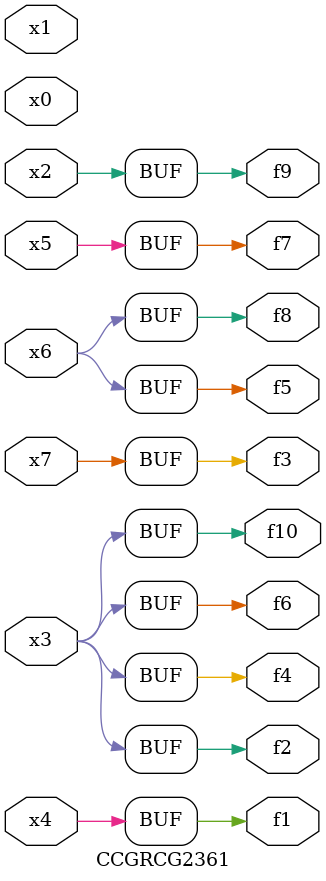
<source format=v>
module CCGRCG2361(
	input x0, x1, x2, x3, x4, x5, x6, x7,
	output f1, f2, f3, f4, f5, f6, f7, f8, f9, f10
);
	assign f1 = x4;
	assign f2 = x3;
	assign f3 = x7;
	assign f4 = x3;
	assign f5 = x6;
	assign f6 = x3;
	assign f7 = x5;
	assign f8 = x6;
	assign f9 = x2;
	assign f10 = x3;
endmodule

</source>
